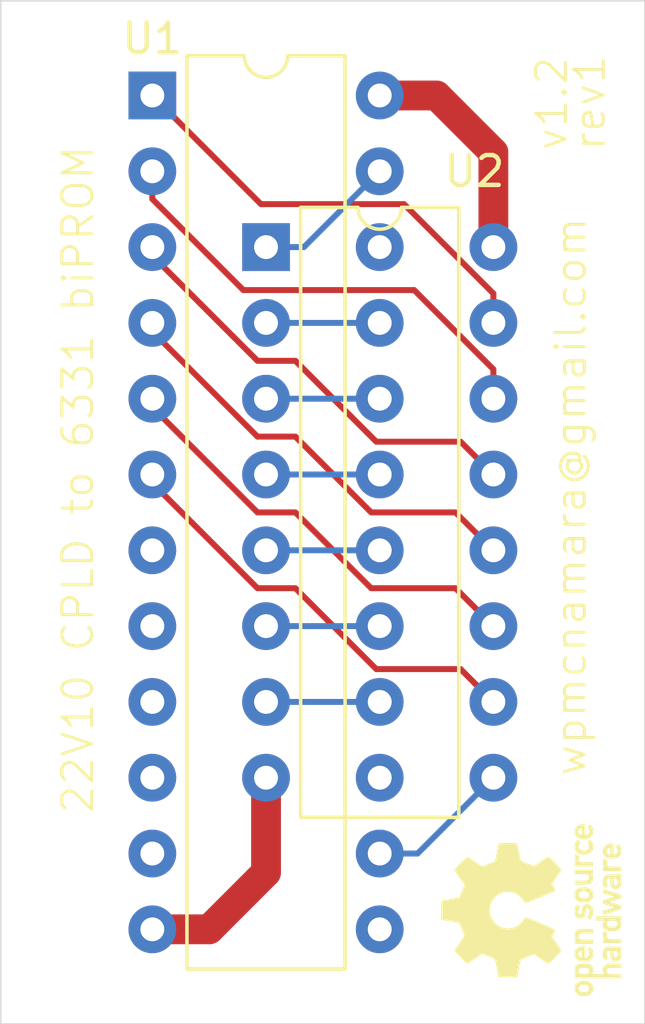
<source format=kicad_pcb>
(kicad_pcb (version 20240108) (generator "pcbnew") (generator_version "8.0")
  (layers (0 "F.Cu" signal) (31 "B.Cu" signal) (34 "B.Paste" user) (35 "F.Paste" user) (36 "B.SilkS" user "B.Silkscreen") (37 "F.SilkS" user "F.Silkscreen") (38 "B.Mask" user) (39 "F.Mask" user) (44 "Edge.Cuts" user))
  (net 0 "")
  (net 1 "Net-(U1-VCC)")
  (net 2 "Net-(U1-GND)")
  (net 11 "Net-(U1-IO0)")
  (net 12 "Net-(U1-IO2)")
  (net 13 "Net-(U1-IO9)")
  (net 14 "Net-(U1-IO3)")
  (net 15 "Net-(U1-IO4)")
  (net 16 "Net-(U1-IO6)")
  (net 17 "Net-(U1-IO5)")
  (net 18 "Net-(U1-IO7)")
  (net 19 "Net-(U1-IN5)")
  (net 20 "Net-(U1-IN1)")
  (net 21 "Net-(U1-CLK{slash}IN0)")
  (net 22 "Net-(U1-PD{slash}IN3)")
  (net 23 "Net-(U1-IN2)")
  (net 24 "Net-(U1-IN4)")
  (footprint "Package_DIP:DIP-24_W7.62mm" (layer "F.Cu") (at 200.025 -454.66)
    (property "Reference" "U1" (at 0 -1.905 0) (layer "F.SilkS"))
    (property "Value" "ATF22V10C-10PU")
    (fp_line (start 1.16 -1.33) (end 1.16 29.27) (stroke (width 0.12)) (layer "F.SilkS"))
    (fp_line (start 1.16 29.27) (end 6.46 29.27) (stroke (width 0.12)) (layer "F.SilkS"))
    (fp_line (start 3.086606 -1.33) (end 1.16 -1.33) (stroke (width 0.12)) (layer "F.SilkS"))
    (fp_line (start 6.46 -1.33) (end 4.533394 -1.33) (stroke (width 0.12)) (layer "F.SilkS"))
    (fp_line (start 6.46 29.27) (end 6.46 -1.33) (stroke (width 0.12)) (layer "F.SilkS"))
    (fp_arc (start 4.533394 -1.33) (mid 3.81 -0.606606) (end 3.086606 -1.33) (stroke (width 0.12)) (layer "F.SilkS"))
    (pad "1" thru_hole rect (at 0 0) (size 1.6 1.6) (drill 0.8) (layers "*.Cu" "*.Mask") (net 21 "Net-(U1-CLK{slash}IN0)"))
    (pad "2" thru_hole oval (at 0 2.54) (size 1.6 1.6) (drill 0.8) (layers "*.Cu" "*.Mask") (net 20 "Net-(U1-IN1)"))
    (pad "3" thru_hole oval (at 0 5.08) (size 1.6 1.6) (drill 0.8) (layers "*.Cu" "*.Mask") (net 23 "Net-(U1-IN2)"))
    (pad "4" thru_hole oval (at 0 7.62) (size 1.6 1.6) (drill 0.8) (layers "*.Cu" "*.Mask") (net 22 "Net-(U1-PD{slash}IN3)"))
    (pad "5" thru_hole oval (at 0 10.16) (size 1.6 1.6) (drill 0.8) (layers "*.Cu" "*.Mask") (net 24 "Net-(U1-IN4)"))
    (pad "6" thru_hole oval (at 0 12.7) (size 1.6 1.6) (drill 0.8) (layers "*.Cu" "*.Mask") (net 19 "Net-(U1-IN5)"))
    (pad "7" thru_hole oval (at 0 15.24) (size 1.6 1.6) (drill 0.8) (layers "*.Cu" "*.Mask"))
    (pad "8" thru_hole oval (at 0 17.78) (size 1.6 1.6) (drill 0.8) (layers "*.Cu" "*.Mask"))
    (pad "9" thru_hole oval (at 0 20.32) (size 1.6 1.6) (drill 0.8) (layers "*.Cu" "*.Mask"))
    (pad "10" thru_hole oval (at 0 22.86) (size 1.6 1.6) (drill 0.8) (layers "*.Cu" "*.Mask"))
    (pad "11" thru_hole oval (at 0 25.4) (size 1.6 1.6) (drill 0.8) (layers "*.Cu" "*.Mask"))
    (pad "12" thru_hole oval (at 0 27.94) (size 1.6 1.6) (drill 0.8) (layers "*.Cu" "*.Mask") (net 2 "Net-(U1-GND)"))
    (pad "13" thru_hole oval (at 7.62 27.94) (size 1.6 1.6) (drill 0.8) (layers "*.Cu" "*.Mask"))
    (pad "14" thru_hole oval (at 7.62 25.4) (size 1.6 1.6) (drill 0.8) (layers "*.Cu" "*.Mask") (net 11 "Net-(U1-IO0)"))
    (pad "15" thru_hole oval (at 7.62 22.86) (size 1.6 1.6) (drill 0.8) (layers "*.Cu" "*.Mask"))
    (pad "16" thru_hole oval (at 7.62 20.32) (size 1.6 1.6) (drill 0.8) (layers "*.Cu" "*.Mask") (net 12 "Net-(U1-IO2)"))
    (pad "17" thru_hole oval (at 7.62 17.78) (size 1.6 1.6) (drill 0.8) (layers "*.Cu" "*.Mask") (net 14 "Net-(U1-IO3)"))
    (pad "18" thru_hole oval (at 7.62 15.24) (size 1.6 1.6) (drill 0.8) (layers "*.Cu" "*.Mask") (net 15 "Net-(U1-IO4)"))
    (pad "19" thru_hole oval (at 7.62 12.7) (size 1.6 1.6) (drill 0.8) (layers "*.Cu" "*.Mask") (net 17 "Net-(U1-IO5)"))
    (pad "20" thru_hole oval (at 7.62 10.16) (size 1.6 1.6) (drill 0.8) (layers "*.Cu" "*.Mask") (net 16 "Net-(U1-IO6)"))
    (pad "21" thru_hole oval (at 7.62 7.62) (size 1.6 1.6) (drill 0.8) (layers "*.Cu" "*.Mask") (net 18 "Net-(U1-IO7)"))
    (pad "22" thru_hole oval (at 7.62 5.08) (size 1.6 1.6) (drill 0.8) (layers "*.Cu" "*.Mask"))
    (pad "23" thru_hole oval (at 7.62 2.54) (size 1.6 1.6) (drill 0.8) (layers "*.Cu" "*.Mask") (net 13 "Net-(U1-IO9)"))
    (pad "24" thru_hole oval (at 7.62 0) (size 1.6 1.6) (drill 0.8) (layers "*.Cu" "*.Mask") (net 1 "Net-(U1-VCC)"))
  )
  (footprint "Symbol:OSHW-Logo_5.7x6mm_SilkScreen" (layer "F.Cu") (at 212.725 -427.355 90)
    (property "Reference" "REF**" (hide yes))
    (property "Value" "OSHW-Logo_5.7x6mm_SilkScreen" (hide yes))
    (fp_poly (pts (xy 1.79946 1.45803) (xy 1.842711 1.471245) (xy 1.870558 1.487941) (xy 1.879629 1.501145) (xy 1.877132 1.516797) (xy 1.860931 1.541385) (xy 1.847232 1.5588) (xy 1.818992 1.590283) (xy 1.797775 1.603529) (xy 1.779688 1.602664) (xy 1.726035 1.58901) (xy 1.68663 1.58963) (xy 1.654632 1.605104) (xy 1.64389 1.614161) (xy 1.609505 1.646027) (xy 1.609505 2.062179) (xy 1.471188 2.062179) (xy 1.471188 1.458614) (xy 1.540347 1.458614) (xy 1.581869 1.460256) (xy 1.603291 1.466087) (xy 1.609502 1.477461) (xy 1.609505 1.477798) (xy 1.612439 1.489713) (xy 1.625704 1.488159) (xy 1.644084 1.479563) (xy 1.682046 1.463568) (xy 1.712872 1.453945) (xy 1.752536 1.451478) (xy 1.79946 1.45803)) (stroke (width 0.01)) (fill solid) (layer "F.SilkS"))
    (fp_poly (pts (xy 1.635255 2.401486) (xy 1.683595 2.411015) (xy 1.711114 2.425125) (xy 1.740064 2.448568) (xy 1.698876 2.500571) (xy 1.673482 2.532064) (xy 1.656238 2.547428) (xy 1.639102 2.549776) (xy 1.614027 2.542217) (xy 1.602257 2.537941) (xy 1.55427 2.531631) (xy 1.510324 2.545156) (xy 1.47806 2.57571) (xy 1.472819 2.585452) (xy 1.467112 2.611258) (xy 1.462706 2.658817) (xy 1.459811 2.724758) (xy 1.458631 2.80571) (xy 1.458614 2.817226) (xy 1.458614 3.017822) (xy 1.320297 3.017822) (xy 1.320297 2.401683) (xy 1.389456 2.401683) (xy 1.429333 2.402725) (xy 1.450107 2.407358) (xy 1.457789 2.417849) (xy 1.458614 2.427745) (xy 1.458614 2.453806) (xy 1.491745 2.427745) (xy 1.529735 2.409965) (xy 1.58077 2.401174) (xy 1.635255 2.401486)) (stroke (width 0.01)) (fill solid) (layer "F.SilkS"))
    (fp_poly (pts (xy -0.993356 2.40302) (xy -0.974539 2.40866) (xy -0.968473 2.421053) (xy -0.968218 2.426647) (xy -0.967129 2.44223) (xy -0.959632 2.444676) (xy -0.939381 2.433993) (xy -0.927351 2.426694) (xy -0.8894 2.411063) (xy -0.844072 2.403334) (xy -0.796544 2.40274) (xy -0.751995 2.408513) (xy -0.715602 2.419884) (xy -0.692543 2.436088) (xy -0.687996 2.456355) (xy -0.690291 2.461843) (xy -0.70702 2.484626) (xy -0.732963 2.512647) (xy -0.737655 2.517177) (xy -0.762383 2.538005) (xy -0.783718 2.544735) (xy -0.813555 2.540038) (xy -0.825508 2.536917) (xy -0.862705 2.529421) (xy -0.888859 2.532792) (xy -0.910946 2.544681) (xy -0.931178 2.560635) (xy -0.946079 2.5807) (xy -0.956434 2.608702) (xy -0.963029 2.648467) (xy -0.966649 2.703823) (xy -0.968078 2.778594) (xy -0.968218 2.82374) (xy -0.968218 3.017822) (xy -1.09396 3.017822) (xy -1.09396 2.401683) (xy -1.031089 2.401683) (xy -0.993356 2.40302)) (stroke (width 0.01)) (fill solid) (layer "F.SilkS"))
    (fp_poly (pts (xy 0.993367 1.654342) (xy 0.994555 1.746563) (xy 0.998897 1.81661) (xy 1.007558 1.867381) (xy 1.021704 1.901772) (xy 1.0425 1.922679) (xy 1.07111 1.933) (xy 1.106535 1.935636) (xy 1.143636 1.932682) (xy 1.171818 1.921889) (xy 1.192243 1.90036) (xy 1.206079 1.865199) (xy 1.214491 1.81351) (xy 1.218643 1.742394) (xy 1.219703 1.654342) (xy 1.219703 1.458614) (xy 1.35802 1.458614) (xy 1.35802 2.062179) (xy 1.288862 2.062179) (xy 1.24717 2.060489) (xy 1.225701 2.054556) (xy 1.219703 2.043293) (xy 1.216091 2.033261) (xy 1.201714 2.035383) (xy 1.172736 2.04958) (xy 1.106319 2.07148) (xy 1.035875 2.069928) (xy 0.968377 2.046147) (xy 0.936233 2.027362) (xy 0.911715 2.007022) (xy 0.893804 1.981573) (xy 0.881479 1.947458) (xy 0.873723 1.901121) (xy 0.869516 1.839007) (xy 0.86784 1.757561) (xy 0.867624 1.694578) (xy 0.867624 1.458614) (xy 0.993367 1.458614) (xy 0.993367 1.654342)) (stroke (width 0.01)) (fill solid) (layer "F.SilkS"))
    (fp_poly (pts (xy -0.754012 1.469002) (xy -0.722717 1.48395) (xy -0.692409 1.505541) (xy -0.669318 1.530391) (xy -0.6525 1.562087) (xy -0.641006 1.604214) (xy -0.633891 1.660358) (xy -0.630207 1.734106) (xy -0.629008 1.829044) (xy -0.628989 1.838985) (xy -0.628713 2.062179) (xy -0.76703 2.062179) (xy -0.76703 1.856418) (xy -0.767128 1.780189) (xy -0.767809 1.724939) (xy -0.769651 1.686501) (xy -0.773233 1.660706) (xy -0.779132 1.643384) (xy -0.787927 1.630368) (xy -0.80018 1.617507) (xy -0.843047 1.589873) (xy -0.889843 1.584745) (xy -0.934424 1.602217) (xy -0.949928 1.615221) (xy -0.96131 1.627447) (xy -0.969481 1.64054) (xy -0.974974 1.658615) (xy -0.97832 1.685787) (xy -0.980051 1.72617) (xy -0.980697 1.783879) (xy -0.980792 1.854132) (xy -0.980792 2.062179) (xy -1.119109 2.062179) (xy -1.119109 1.458614) (xy -1.04995 1.458614) (xy -1.008428 1.460256) (xy -0.987006 1.466087) (xy -0.980795 1.477461) (xy -0.980792 1.477798) (xy -0.97791 1.488938) (xy -0.965199 1.487674) (xy -0.939926 1.475434) (xy -0.882605 1.457424) (xy -0.817037 1.455421) (xy -0.754012 1.469002)) (stroke (width 0.01)) (fill solid) (layer "F.SilkS"))
    (fp_poly (pts (xy 2.217226 1.46388) (xy 2.29008 1.49483) (xy 2.313027 1.509895) (xy 2.342354 1.533048) (xy 2.360764 1.551253) (xy 2.363961 1.557183) (xy 2.354935 1.57034) (xy 2.331837 1.592667) (xy 2.313344 1.60825) (xy 2.262728 1.648926) (xy 2.22276 1.615295) (xy 2.191874 1.593584) (xy 2.161759 1.58609) (xy 2.127292 1.58792) (xy 2.072561 1.601528) (xy 2.034886 1.629772) (xy 2.011991 1.675433) (xy 2.001597 1.741289) (xy 2.001595 1.741331) (xy 2.002494 1.814939) (xy 2.016463 1.868946) (xy 2.044328 1.905716) (xy 2.063325 1.918168) (xy 2.113776 1.933673) (xy 2.167663 1.933683) (xy 2.214546 1.918638) (xy 2.225644 1.911287) (xy 2.253476 1.892511) (xy 2.275236 1.889434) (xy 2.298704 1.903409) (xy 2.324649 1.92851) (xy 2.365716 1.97088) (xy 2.320121 2.008464) (xy 2.249674 2.050882) (xy 2.170233 2.071785) (xy 2.087215 2.070272) (xy 2.032694 2.056411) (xy 1.96897 2.022135) (xy 1.918005 1.968212) (xy 1.894851 1.930149) (xy 1.876099 1.875536) (xy 1.866715 1.806369) (xy 1.866643 1.731407) (xy 1.875824 1.659409) (xy 1.894199 1.599137) (xy 1.897093 1.592958) (xy 1.939952 1.532351) (xy 1.997979 1.488224) (xy 2.066591 1.461493) (xy 2.141201 1.453073) (xy 2.217226 1.46388)) (stroke (width 0.01)) (fill solid) (layer "F.SilkS"))
    (fp_poly (pts (xy 0.610762 1.466055) (xy 0.674363 1.500692) (xy 0.724123 1.555372) (xy 0.747568 1.599842) (xy 0.757634 1.639121) (xy 0.764156 1.695116) (xy 0.766951 1.759621) (xy 0.765836 1.824429) (xy 0.760626 1.881334) (xy 0.754541 1.911727) (xy 0.734014 1.953306) (xy 0.698463 1.997468) (xy 0.655619 2.036087) (xy 0.613211 2.061034) (xy 0.612177 2.06143) (xy 0.559553 2.072331) (xy 0.497188 2.072601) (xy 0.437924 2.062676) (xy 0.41504 2.054722) (xy 0.356102 2.0213) (xy 0.31389 1.977511) (xy 0.286156 1.919538) (xy 0.270651 1.843565) (xy 0.267143 1.803771) (xy 0.26759 1.753766) (xy 0.402376 1.753766) (xy 0.406917 1.826732) (xy 0.419986 1.882334) (xy 0.440756 1.917861) (xy 0.455552 1.92802) (xy 0.493464 1.935104) (xy 0.538527 1.933007) (xy 0.577487 1.922812) (xy 0.587704 1.917204) (xy 0.614659 1.884538) (xy 0.632451 1.834545) (xy 0.640024 1.773705) (xy 0.636325 1.708497) (xy 0.628057 1.669253) (xy 0.60432 1.623805) (xy 0.566849 1.595396) (xy 0.52172 1.585573) (xy 0.475011 1.595887) (xy 0.439132 1.621112) (xy 0.420277 1.641925) (xy 0.409272 1.662439) (xy 0.404026 1.690203) (xy 0.402449 1.732762) (xy 0.402376 1.753766) (xy 0.26759 1.753766) (xy 0.268094 1.69758) (xy 0.285388 1.610501) (xy 0.319029 1.54253) (xy 0.369018 1.493664) (xy 0.435356 1.463899) (xy 0.449601 1.460448) (xy 0.53521 1.452345) (xy 0.610762 1.466055)) (stroke (width 0.01)) (fill solid) (layer "F.SilkS"))
    (fp_poly (pts (xy 0.281524 2.404237) (xy 0.331255 2.407971) (xy 0.461291 2.797773) (xy 0.481678 2.728614) (xy 0.493946 2.685874) (xy 0.510085 2.628115) (xy 0.527512 2.564625) (xy 0.536726 2.53057) (xy 0.571388 2.401683) (xy 0.714391 2.401683) (xy 0.671646 2.536857) (xy 0.650596 2.603342) (xy 0.625167 2.683539) (xy 0.59861 2.767193) (xy 0.574902 2.841782) (xy 0.520902 3.011535) (xy 0.462598 3.015328) (xy 0.404295 3.019122) (xy 0.372679 2.914734) (xy 0.353182 2.849889) (xy 0.331904 2.7784) (xy 0.313308 2.715263) (xy 0.312574 2.71275) (xy 0.298684 2.669969) (xy 0.286429 2.640779) (xy 0.277846 2.629741) (xy 0.276082 2.631018) (xy 0.269891 2.64813) (xy 0.258128 2.684787) (xy 0.242225 2.736378) (xy 0.223614 2.798294) (xy 0.213543 2.832352) (xy 0.159007 3.017822) (xy 0.043264 3.017822) (xy -0.049263 2.725471) (xy -0.075256 2.643462) (xy -0.098934 2.568987) (xy -0.11918 2.505544) (xy -0.134874 2.456632) (xy -0.144898 2.425749) (xy -0.147945 2.416726) (xy -0.145533 2.407487) (xy -0.126592 2.403441) (xy -0.087177 2.403846) (xy -0.081007 2.404152) (xy -0.007914 2.407971) (xy 0.039957 2.58401) (xy 0.057553 2.648211) (xy 0.073277 2.704649) (xy 0.085746 2.748422) (xy 0.093574 2.77463) (xy 0.09502 2.778903) (xy 0.101014 2.77399) (xy 0.113101 2.748532) (xy 0.129893 2.705997) (xy 0.150003 2.64985) (xy 0.167003 2.59913) (xy 0.231794 2.400504) (xy 0.281524 2.404237)) (stroke (width 0.01)) (fill solid) (layer "F.SilkS"))
    (fp_poly (pts (xy -2.538261 1.465148) (xy -2.472479 1.494231) (xy -2.42254 1.542793) (xy -2.388374 1.610908) (xy -2.369907 1.698651) (xy -2.368583 1.712351) (xy -2.367546 1.808939) (xy -2.380993 1.893602) (xy -2.408108 1.962221) (xy -2.422627 1.984294) (xy -2.473201 2.031011) (xy -2.537609 2.061268) (xy -2.609666 2.073824) (xy -2.683185 2.067439) (xy -2.739072 2.047772) (xy -2.787132 2.014629) (xy -2.826412 1.971175) (xy -2.827092 1.970158) (xy -2.843044 1.943338) (xy -2.85341 1.916368) (xy -2.859688 1.882332) (xy -2.863373 1.83431) (xy -2.864997 1.794931) (xy -2.865672 1.759219) (xy -2.739955 1.759219) (xy -2.738726 1.79477) (xy -2.734266 1.842094) (xy -2.726397 1.872465) (xy -2.712207 1.894072) (xy -2.698917 1.906694) (xy -2.651802 1.933122) (xy -2.602505 1.936653) (xy -2.556593 1.917639) (xy -2.533638 1.896331) (xy -2.517096 1.874859) (xy -2.507421 1.854313) (xy -2.503174 1.827574) (xy -2.50292 1.787523) (xy -2.504228 1.750638) (xy -2.507043 1.697947) (xy -2.511505 1.663772) (xy -2.519548 1.64148) (xy -2.533103 1.624442) (xy -2.543845 1.614703) (xy -2.588777 1.589123) (xy -2.637249 1.587847) (xy -2.677894 1.602999) (xy -2.712567 1.634642) (xy -2.733224 1.68662) (xy -2.739955 1.759219) (xy -2.865672 1.759219) (xy -2.866479 1.716621) (xy -2.863948 1.658056) (xy -2.856362 1.614007) (xy -2.842681 1.579248) (xy -2.821865 1.548551) (xy -2.814147 1.539436) (xy -2.765889 1.494021) (xy -2.714128 1.467493) (xy -2.650828 1.456379) (xy -2.619961 1.455471) (xy -2.538261 1.465148)) (stroke (width 0.01)) (fill solid) (layer "F.SilkS"))
    (fp_poly (pts (xy -0.201188 3.017822) (xy -0.270346 3.017822) (xy -0.310488 3.016645) (xy -0.331394 3.011772) (xy -0.338922 3.001186) (xy -0.339505 2.994029) (xy -0.340774 2.979676) (xy -0.348779 2.976923) (xy -0.369815 2.985771) (xy -0.386173 2.994029) (xy -0.448977 3.013597) (xy -0.517248 3.014729) (xy -0.572752 3.000135) (xy -0.624438 2.964877) (xy -0.663838 2.912835) (xy -0.685413 2.85145) (xy -0.685962 2.848018) (xy -0.689167 2.810571) (xy -0.690761 2.756813) (xy -0.690633 2.716155) (xy -0.553279 2.716155) (xy -0.550097 2.770194) (xy -0.542859 2.814735) (xy -0.53306 2.839888) (xy -0.495989 2.87426) (xy -0.451974 2.886582) (xy -0.406584 2.876618) (xy -0.367797 2.846895) (xy -0.353108 2.826905) (xy -0.344519 2.80305) (xy -0.340496 2.76823) (xy -0.339505 2.71593) (xy -0.341278 2.664139) (xy -0.345963 2.618634) (xy -0.352603 2.588181) (xy -0.35371 2.585452) (xy -0.380491 2.553) (xy -0.419579 2.535183) (xy -0.463315 2.532306) (xy -0.504038 2.544674) (xy -0.534087 2.572593) (xy -0.537204 2.578148) (xy -0.546961 2.612022) (xy -0.552277 2.660728) (xy -0.553279 2.716155) (xy -0.690633 2.716155) (xy -0.690568 2.69554) (xy -0.689664 2.662563) (xy -0.683514 2.580981) (xy -0.670733 2.51973) (xy -0.649471 2.474449) (xy -0.617878 2.440779) (xy -0.587207 2.421014) (xy -0.544354 2.40712) (xy -0.491056 2.402354) (xy -0.43648 2.406236) (xy -0.389792 2.418282) (xy -0.365124 2.432693) (xy -0.339505 2.455878) (xy -0.339505 2.162773) (xy -0.201188 2.162773) (xy -0.201188 3.017822)) (stroke (width 0.01)) (fill solid) (layer "F.SilkS"))
    (fp_poly (pts (xy 2.677898 1.456457) (xy 2.710096 1.464279) (xy 2.771825 1.492921) (xy 2.82461 1.536667) (xy 2.861141 1.589117) (xy 2.86616 1.600893) (xy 2.873045 1.63174) (xy 2.877864 1.677371) (xy 2.879505 1.723492) (xy 2.879505 1.810693) (xy 2.697178 1.810693) (xy 2.621979 1.810978) (xy 2.569003 1.812704) (xy 2.535325 1.817181) (xy 2.51802 1.82572) (xy 2.514163 1.83963) (xy 2.520829 1.860222) (xy 2.53277 1.884315) (xy 2.56608 1.924525) (xy 2.612368 1.944558) (xy 2.668944 1.943905) (xy 2.733031 1.922101) (xy 2.788417 1.895193) (xy 2.834375 1.931532) (xy 2.880333 1.967872) (xy 2.837096 2.007819) (xy 2.779374 2.045563) (xy 2.708386 2.06832) (xy 2.632029 2.074688) (xy 2.558199 2.063268) (xy 2.546287 2.059393) (xy 2.481399 2.025506) (xy 2.43313 1.974986) (xy 2.400465 1.906325) (xy 2.382385 1.818014) (xy 2.382175 1.816121) (xy 2.380556 1.719878) (xy 2.3871 1.685542) (xy 2.514852 1.685542) (xy 2.526584 1.690822) (xy 2.558438 1.694867) (xy 2.605397 1.697176) (xy 2.635154 1.697525) (xy 2.690648 1.697306) (xy 2.725346 1.695916) (xy 2.743601 1.692251) (xy 2.749766 1.68521) (xy 2.748195 1.67369) (xy 2.746878 1.669233) (xy 2.724382 1.627355) (xy 2.689003 1.593604) (xy 2.65778 1.578773) (xy 2.616301 1.579668) (xy 2.574269 1.598164) (xy 2.539012 1.628786) (xy 2.517854 1.666062) (xy 2.514852 1.685542) (xy 2.3871 1.685542) (xy 2.39669 1.635229) (xy 2.428698 1.564191) (xy 2.474701 1.508779) (xy 2.532821 1.471009) (xy 2.60118 1.452896) (xy 2.677898 1.456457)) (stroke (width 0.01)) (fill solid) (layer "F.SilkS"))
    (fp_poly (pts (xy 0.014017 1.456452) (xy 0.061634 1.465482) (xy 0.111034 1.48437) (xy 0.116312 1.486777) (xy 0.153774 1.506476) (xy 0.179717 1.524781) (xy 0.188103 1.536508) (xy 0.180117 1.555632) (xy 0.16072 1.58385) (xy 0.15211 1.594384) (xy 0.116628 1.635847) (xy 0.070885 1.608858) (xy 0.02735 1.590878) (xy -0.02295 1.581267) (xy -0.071188 1.58066) (xy -0.108533 1.589691) (xy -0.117495 1.595327) (xy -0.134563 1.621171) (xy -0.136637 1.650941) (xy -0.123866 1.674197) (xy -0.116312 1.678708) (xy -0.093675 1.684309) (xy -0.053885 1.690892) (xy -0.004834 1.697183) (xy 0.004215 1.69817) (xy 0.082996 1.711798) (xy 0.140136 1.734946) (xy 0.17803 1.769752) (xy 0.199079 1.818354) (xy 0.205635 1.877718) (xy 0.196577 1.945198) (xy 0.167164 1.998188) (xy 0.117278 2.036783) (xy 0.0468 2.061081) (xy -0.031435 2.070667) (xy -0.095234 2.070552) (xy -0.146984 2.061845) (xy -0.182327 2.049825) (xy -0.226983 2.02888) (xy -0.268253 2.004574) (xy -0.282921 1.993876) (xy -0.320643 1.963084) (xy -0.275148 1.917049) (xy -0.229653 1.871013) (xy -0.177928 1.905243) (xy -0.126048 1.930952) (xy -0.070649 1.944399) (xy -0.017395 1.945818) (xy 0.028049 1.935443) (xy 0.060016 1.913507) (xy 0.070338 1.894998) (xy 0.068789 1.865314) (xy 0.04314 1.842615) (xy -0.00654 1.82694) (xy -0.060969 1.819695) (xy -0.144736 1.805873) (xy -0.206967 1.779796) (xy -0.248493 1.740699) (xy -0.270147 1.68782) (xy -0.273147 1.625126) (xy -0.258329 1.559642) (xy -0.224546 1.510144) (xy -0.171495 1.476408) (xy -0.098874 1.458207) (xy -0.045072 1.454639) (xy 0.014017 1.456452)) (stroke (width 0.01)) (fill solid) (layer "F.SilkS"))
    (fp_poly (pts (xy 2.032581 2.40497) (xy 2.092685 2.420597) (xy 2.143021 2.452848) (xy 2.167393 2.47694) (xy 2.207345 2.533895) (xy 2.230242 2.599965) (xy 2.238108 2.681182) (xy 2.238148 2.687748) (xy 2.238218 2.753763) (xy 1.858264 2.753763) (xy 1.866363 2.788342) (xy 1.880987 2.819659) (xy 1.906581 2.852291) (xy 1.911935 2.8575) (xy 1.957943 2.885694) (xy 2.01041 2.890475) (xy 2.070803 2.871926) (xy 2.08104 2.866931) (xy 2.112439 2.851745) (xy 2.13347 2.843094) (xy 2.137139 2.842293) (xy 2.149948 2.850063) (xy 2.174378 2.869072) (xy 2.186779 2.87946) (xy 2.212476 2.903321) (xy 2.220915 2.919077) (xy 2.215058 2.933571) (xy 2.211928 2.937534) (xy 2.190725 2.954879) (xy 2.155738 2.975959) (xy 2.131337 2.988265) (xy 2.062072 3.009946) (xy 1.985388 3.016971) (xy 1.912765 3.008647) (xy 1.892426 3.002686) (xy 1.829476 2.968952) (xy 1.782815 2.917045) (xy 1.752173 2.846459) (xy 1.737282 2.756692) (xy 1.735647 2.709753) (xy 1.740421 2.641413) (xy 1.86099 2.641413) (xy 1.872652 2.646465) (xy 1.903998 2.650429) (xy 1.949571 2.652768) (xy 1.980446 2.653169) (xy 2.035981 2.652783) (xy 2.071033 2.650975) (xy 2.090262 2.646773) (xy 2.09833 2.639203) (xy 2.099901 2.628218) (xy 2.089121 2.594381) (xy 2.06198 2.56094) (xy 2.026277 2.535272) (xy 1.99056 2.524772) (xy 1.942048 2.534086) (xy 1.900053 2.561013) (xy 1.870936 2.599827) (xy 1.86099 2.641413) (xy 1.740421 2.641413) (xy 1.742599 2.610236) (xy 1.764055 2.530949) (xy 1.80047 2.471263) (xy 1.852297 2.430549) (xy 1.91999 2.408179) (xy 1.956662 2.403871) (xy 2.032581 2.40497)) (stroke (width 0.01)) (fill solid) (layer "F.SilkS"))
    (fp_poly (pts (xy -1.356699 1.472614) (xy -1.344168 1.478514) (xy -1.300799 1.510283) (xy -1.25979 1.556646) (xy -1.229168 1.607696) (xy -1.220459 1.631166) (xy -1.212512 1.673091) (xy -1.207774 1.723757) (xy -1.207199 1.744679) (xy -1.207129 1.810693) (xy -1.587083 1.810693) (xy -1.578983 1.845273) (xy -1.559104 1.88617) (xy -1.524347 1.921514) (xy -1.482998 1.944282) (xy -1.456649 1.94901) (xy -1.420916 1.943273) (xy -1.378282 1.928882) (xy -1.363799 1.922262) (xy -1.31024 1.895513) (xy -1.264533 1.930376) (xy -1.238158 1.953955) (xy -1.224124 1.973417) (xy -1.223414 1.979129) (xy -1.235951 1.992973) (xy -1.263428 2.014012) (xy -1.288366 2.030425) (xy -1.355664 2.05993) (xy -1.43111 2.073284) (xy -1.505888 2.069812) (xy -1.565495 2.051663) (xy -1.626941 2.012784) (xy -1.670608 1.961595) (xy -1.697926 1.895367) (xy -1.710322 1.811371) (xy -1.711421 1.772936) (xy -1.707022 1.684861) (xy -1.706482 1.682299) (xy -1.580582 1.682299) (xy -1.577115 1.690558) (xy -1.562863 1.695113) (xy -1.53347 1.697065) (xy -1.484575 1.697517) (xy -1.465748 1.697525) (xy -1.408467 1.696843) (xy -1.372141 1.694364) (xy -1.352604 1.689443) (xy -1.34569 1.681434) (xy -1.345445 1.678862) (xy -1.353336 1.658423) (xy -1.373085 1.629789) (xy -1.381575 1.619763) (xy -1.413094 1.591408) (xy -1.445949 1.580259) (xy -1.463651 1.579327) (xy -1.511539 1.590981) (xy -1.551699 1.622285) (xy -1.577173 1.667752) (xy -1.577625 1.669233) (xy -1.580582 1.682299) (xy -1.706482 1.682299) (xy -1.692392 1.61551) (xy -1.666038 1.560025) (xy -1.633807 1.520639) (xy -1.574217 1.477931) (xy -1.504168 1.455109) (xy -1.429661 1.453046) (xy -1.356699 1.472614)) (stroke (width 0.01)) (fill solid) (layer "F.SilkS"))
    (fp_poly (pts (xy 1.038411 2.405417) (xy 1.091411 2.41829) (xy 1.106731 2.42511) (xy 1.136428 2.442974) (xy 1.15922 2.463093) (xy 1.176083 2.488962) (xy 1.187998 2.524073) (xy 1.195942 2.57192) (xy 1.200894 2.635996) (xy 1.203831 2.719794) (xy 1.204947 2.775768) (xy 1.209052 3.017822) (xy 1.138932 3.017822) (xy 1.096393 3.016038) (xy 1.074476 3.009942) (xy 1.068812 2.999706) (xy 1.065821 2.988637) (xy 1.052451 2.990754) (xy 1.034233 2.999629) (xy 0.988624 3.013233) (xy 0.930007 3.016899) (xy 0.868354 3.010903) (xy 0.813638 2.995521) (xy 0.80873 2.993386) (xy 0.758723 2.958255) (xy 0.725756 2.909419) (xy 0.710587 2.852333) (xy 0.711746 2.831824) (xy 0.835508 2.831824) (xy 0.846413 2.859425) (xy 0.878745 2.879204) (xy 0.93091 2.889819) (xy 0.958787 2.891228) (xy 1.005247 2.88762) (xy 1.036129 2.873597) (xy 1.043664 2.866931) (xy 1.064076 2.830666) (xy 1.068812 2.797773) (xy 1.068812 2.753763) (xy 1.007513 2.753763) (xy 0.936256 2.757395) (xy 0.886276 2.768818) (xy 0.854696 2.788824) (xy 0.847626 2.797743) (xy 0.835508 2.831824) (xy 0.711746 2.831824) (xy 0.713971 2.792456) (xy 0.736663 2.735244) (xy 0.767624 2.69658) (xy 0.786376 2.679864) (xy 0.804733 2.668878) (xy 0.828619 2.66218) (xy 0.863957 2.658326) (xy 0.916669 2.655873) (xy 0.937577 2.655168) (xy 1.068812 2.650879) (xy 1.06862 2.611158) (xy 1.063537 2.569405) (xy 1.045162 2.544158) (xy 1.008039 2.52803) (xy 1.007043 2.527742) (xy 0.95441 2.5214) (xy 0.902906 2.529684) (xy 0.86463 2.549827) (xy 0.849272 2.559773) (xy 0.83273 2.558397) (xy 0.807275 2.543987) (xy 0.792328 2.533817) (xy 0.763091 2.512088) (xy 0.74498 2.4958) (xy 0.742074 2.491137) (xy 0.75404 2.467005) (xy 0.789396 2.438185) (xy 0.804753 2.428461) (xy 0.848901 2.411714) (xy 0.908398 2.402227) (xy 0.974487 2.400095) (xy 1.038411 2.405417)) (stroke (width 0.01)) (fill solid) (layer "F.SilkS"))
    (fp_poly (pts (xy -1.38421 2.406555) (xy -1.325055 2.422339) (xy -1.280023 2.450948) (xy -1.248246 2.488419) (xy -1.238366 2.504411) (xy -1.231073 2.521163) (xy -1.225974 2.542592) (xy -1.222679 2.572616) (xy -1.220797 2.615154) (xy -1.219937 2.674122) (xy -1.219707 2.75344) (xy -1.219703 2.774484) (xy -1.219703 3.017822) (xy -1.280059 3.017822) (xy -1.318557 3.015126) (xy -1.347023 3.008295) (xy -1.354155 3.004083) (xy -1.373652 2.996813) (xy -1.393566 3.004083) (xy -1.426353 3.01316) (xy -1.473978 3.016813) (xy -1.526764 3.015228) (xy -1.575036 3.008589) (xy -1.603218 3.000072) (xy -1.657753 2.965063) (xy -1.691835 2.916479) (xy -1.707157 2.851882) (xy -1.707299 2.850223) (xy -1.705955 2.821566) (xy -1.584356 2.821566) (xy -1.573726 2.854161) (xy -1.55641 2.872505) (xy -1.521652 2.886379) (xy -1.475773 2.891917) (xy -1.428988 2.889191) (xy -1.391514 2.878274) (xy -1.381015 2.871269) (xy -1.362668 2.838904) (xy -1.35802 2.802111) (xy -1.35802 2.753763) (xy -1.427582 2.753763) (xy -1.493667 2.75885) (xy -1.543764 2.773263) (xy -1.574929 2.795729) (xy -1.584356 2.821566) (xy -1.705955 2.821566) (xy -1.703987 2.779647) (xy -1.68071 2.723845) (xy -1.636948 2.681647) (xy -1.630899 2.677808) (xy -1.604907 2.665309) (xy -1.572735 2.65774) (xy -1.52776 2.654061) (xy -1.474331 2.653216) (xy -1.35802 2.653169) (xy -1.35802 2.604411) (xy -1.362953 2.566581) (xy -1.375543 2.541236) (xy -1.377017 2.539887) (xy -1.405034 2.5288) (xy -1.447326 2.524503) (xy -1.494064 2.526615) (xy -1.535418 2.534756) (xy -1.559957 2.546965) (xy -1.573253 2.556746) (xy -1.587294 2.558613) (xy -1.606671 2.5506) (xy -1.635976 2.530739) (xy -1.679803 2.497063) (xy -1.683825 2.493909) (xy -1.681764 2.482236) (xy -1.664568 2.462822) (xy -1.638433 2.441248) (xy -1.609552 2.423096) (xy -1.600478 2.418809) (xy -1.56738 2.410256) (xy -1.51888 2.404155) (xy -1.464695 2.401708) (xy -1.462161 2.401703) (xy -1.38421 2.406555)) (stroke (width 0.01)) (fill solid) (layer "F.SilkS"))
    (fp_poly (pts (xy -1.908759 1.469184) (xy -1.882247 1.482282) (xy -1.849553 1.505106) (xy -1.825725 1.529996) (xy -1.809406 1.561249) (xy -1.79924 1.603166) (xy -1.793872 1.660044) (xy -1.791944 1.736184) (xy -1.791831 1.768917) (xy -1.792161 1.840656) (xy -1.793527 1.891927) (xy -1.7965 1.927404) (xy -1.801649 1.951763) (xy -1.809543 1.96968) (xy -1.817757 1.981902) (xy -1.870187 2.033905) (xy -1.93193 2.065184) (xy -1.998536 2.074592) (xy -2.065558 2.06098) (xy -2.086792 2.051354) (xy -2.137624 2.024859) (xy -2.137624 2.440052) (xy -2.100525 2.420868) (xy -2.051643 2.406025) (xy -1.991561 2.402222) (xy -1.931564 2.409243) (xy -1.886256 2.425013) (xy -1.848675 2.455047) (xy -1.816564 2.498024) (xy -1.81415 2.502436) (xy -1.803967 2.523221) (xy -1.79653 2.54417) (xy -1.791411 2.569548) (xy -1.788181 2.603618) (xy -1.786413 2.650641) (xy -1.785677 2.714882) (xy -1.785544 2.787176) (xy -1.785544 3.017822) (xy -1.923861 3.017822) (xy -1.923861 2.592533) (xy -1.962549 2.559979) (xy -2.002738 2.53394) (xy -2.040797 2.529205) (xy -2.079066 2.541389) (xy -2.099462 2.55332) (xy -2.114642 2.570313) (xy -2.125438 2.595995) (xy -2.132683 2.633991) (xy -2.137208 2.687926) (xy -2.139844 2.761425) (xy -2.140772 2.810347) (xy -2.143911 3.011535) (xy -2.209926 3.015336) (xy -2.27594 3.019136) (xy -2.27594 1.77065) (xy -2.137624 1.77065) (xy -2.134097 1.840254) (xy -2.122215 1.888569) (xy -2.10002 1.918631) (xy -2.065559 1.933471) (xy -2.030742 1.936436) (xy -1.991329 1.933028) (xy -1.965171 1.919617) (xy -1.948814 1.901896) (xy -1.935937 1.882835) (xy -1.928272 1.861601) (xy -1.924861 1.831849) (xy -1.924749 1.787236) (xy -1.925897 1.74988) (xy -1.928532 1.693604) (xy -1.932456 1.656658) (xy -1.939063 1.633223) (xy -1.949749 1.61748) (xy -1.959833 1.60838) (xy -2.00197 1.588537) (xy -2.05184 1.585332) (xy -2.080476 1.592168) (xy -2.108828 1.616464) (xy -2.127609 1.663728) (xy -2.136712 1.733624) (xy -2.137624 1.77065) (xy -2.27594 1.77065) (xy -2.27594 1.458614) (xy -2.206782 1.458614) (xy -2.16526 1.460256) (xy -2.143838 1.466087) (xy -2.137626 1.477461) (xy -2.137624 1.477798) (xy -2.134742 1.488938) (xy -2.12203 1.487673) (xy -2.096757 1.475433) (xy -2.037869 1.456707) (xy -1.971615 1.454739) (xy -1.908759 1.469184)) (stroke (width 0.01)) (fill solid) (layer "F.SilkS"))
    (fp_poly (pts (xy 0.376964 -2.709982) (xy 0.433812 -2.40843) (xy 0.853338 -2.235488) (xy 1.104984 -2.406605) (xy 1.175458 -2.45425) (xy 1.239163 -2.49679) (xy 1.293126 -2.532285) (xy 1.334373 -2.55879) (xy 1.359934 -2.574364) (xy 1.366895 -2.577722) (xy 1.379435 -2.569086) (xy 1.406231 -2.545208) (xy 1.44428 -2.509141) (xy 1.490579 -2.463933) (xy 1.542123 -2.412636) (xy 1.595909 -2.358299) (xy 1.648935 -2.303972) (xy 1.698195 -2.252705) (xy 1.740687 -2.207549) (xy 1.773407 -2.171554) (xy 1.793351 -2.14777) (xy 1.798119 -2.13981) (xy 1.791257 -2.125135) (xy 1.77202 -2.092986) (xy 1.74243 -2.046508) (xy 1.70451 -1.988844) (xy 1.660282 -1.92314) (xy 1.634654 -1.885664) (xy 1.587941 -1.817232) (xy 1.546432 -1.75548) (xy 1.51214 -1.703481) (xy 1.48708 -1.664308) (xy 1.473264 -1.641035) (xy 1.471188 -1.636145) (xy 1.475895 -1.622245) (xy 1.488723 -1.58985) (xy 1.507738 -1.543515) (xy 1.531003 -1.487794) (xy 1.556584 -1.427242) (xy 1.582545 -1.366414) (xy 1.60695 -1.309864) (xy 1.627863 -1.262148) (xy 1.643349 -1.227819) (xy 1.651472 -1.211432) (xy 1.651952 -1.210788) (xy 1.664707 -1.207659) (xy 1.698677 -1.200679) (xy 1.75034 -1.190533) (xy 1.816176 -1.177908) (xy 1.892664 -1.163491) (xy 1.93729 -1.155177) (xy 2.019021 -1.139616) (xy 2.092843 -1.124808) (xy 2.155021 -1.111564) (xy 2.201822 -1.100695) (xy 2.229509 -1.093011) (xy 2.235074 -1.090573) (xy 2.240526 -1.07407) (xy 2.244924 -1.0368) (xy 2.248272 -0.98312) (xy 2.250574 -0.917388) (xy 2.251832 -0.843963) (xy 2.252048 -0.767204) (xy 2.251227 -0.691468) (xy 2.249371 -0.621114) (xy 2.246482 -0.5605) (xy 2.242565 -0.513984) (xy 2.237622 -0.485925) (xy 2.234657 -0.480084) (xy 2.216934 -0.473083) (xy 2.179381 -0.463073) (xy 2.126964 -0.451231) (xy 2.064652 -0.438733) (xy 2.0429 -0.43469) (xy 1.938024 -0.41548) (xy 1.85518 -0.400009) (xy 1.79163 -0.387663) (xy 1.744637 -0.377827) (xy 1.711463 -0.369886) (xy 1.689371 -0.363224) (xy 1.675624 -0.357227) (xy 1.667484 -0.351281) (xy 1.666345 -0.350106) (xy 1.654977 -0.331174) (xy 1.637635 -0.294331) (xy 1.61605 -0.244087) (xy 1.591954 -0.184954) (xy 1.567079 -0.121444) (xy 1.543157 -0.058068) (xy 1.521919 0.000662) (xy 1.505097 0.050235) (xy 1.494422 0.086139) (xy 1.491627 0.103862) (xy 1.49186 0.104483) (xy 1.501331 0.11897) (xy 1.522818 0.150844) (xy 1.554063 0.196789) (xy 1.592807 0.253485) (xy 1.636793 0.317617) (xy 1.649319 0.335842) (xy 1.693984 0.401914) (xy 1.733288 0.4622) (xy 1.765088 0.513235) (xy 1.787245 0.55156) (xy 1.797617 0.573711) (xy 1.798119 0.576432) (xy 1.789405 0.590736) (xy 1.765325 0.619072) (xy 1.728976 0.658396) (xy 1.683453 0.705661) (xy 1.631852 0.757823) (xy 1.577267 0.811835) (xy 1.522794 0.864653) (xy 1.471529 0.913231) (xy 1.426567 0.954523) (xy 1.391004 0.985485) (xy 1.367935 1.00307) (xy 1.361554 1.005941) (xy 1.346699 0.999178) (xy 1.316286 0.980939) (xy 1.275268 0.954297) (xy 1.243709 0.932852) (xy 1.186525 0.893503) (xy 1.118806 0.847171) (xy 1.05088 0.800913) (xy 1.014361 0.776155) (xy 0.890752 0.692547) (xy 0.786991 0.74865) (xy 0.73972 0.773228) (xy 0.699523 0.792331) (xy 0.672326 0.803227) (xy 0.665402 0.804743) (xy 0.657077 0.793549) (xy 0.640654 0.761917) (xy 0.617357 0.712765) (xy 0.588414 0.64901) (xy 0.55505 0.573571) (xy 0.518491 0.489364) (xy 0.479964 0.399308) (xy 0.440694 0.306321) (xy 0.401908 0.21332) (xy 0.36483 0.123223) (xy 0.330689 0.038948) (xy 0.300708 -0.036587) (xy 0.276116 -0.100466) (xy 0.258136 -0.149769) (xy 0.247997 -0.181579) (xy 0.246366 -0.192504) (xy 0.259291 -0.206439) (xy 0.287589 -0.22906) (xy 0.325346 -0.255667) (xy 0.328515 -0.257772) (xy 0.4261 -0.335886) (xy 0.504786 -0.427018) (xy 0.563891 -0.528255) (xy 0.602732 -0.636682) (xy 0.620628 -0.749386) (xy 0.616897 -0.863452) (xy 0.590857 -0.975966) (xy 0.541825 -1.084015) (xy 0.5274 -1.107655) (xy 0.452369 -1.203113) (xy 0.36373 -1.279768) (xy 0.264549 -1.33722) (xy 0.157895 -1.375071) (xy 0.046836 -1.392922) (xy -0.065561 -1.390375) (xy -0.176227 -1.36703) (xy -0.282094 -1.32249) (xy -0.380095 -1.256355) (xy -0.41041 -1.229513) (xy -0.487562 -1.145488) (xy -0.543782 -1.057034) (xy -0.582347 -0.957885) (xy -0.603826 -0.859697) (xy -0.609128 -0.749303) (xy -0.591448 -0.63836) (xy -0.552581 -0.530619) (xy -0.494323 -0.429831) (xy -0.418469 -0.339744) (xy -0.326817 -0.264108) (xy -0.314772 -0.256136) (xy -0.276611 -0.230026) (xy -0.247601 -0.207405) (xy -0.233732 -0.192961) (xy -0.233531 -0.192504) (xy -0.236508 -0.176879) (xy -0.248311 -0.141418) (xy -0.267714 -0.089038) (xy -0.293488 -0.022655) (xy -0.324409 0.054814) (xy -0.359249 0.14045) (xy -0.396783 0.231337) (xy -0.435783 0.324559) (xy -0.475023 0.417197) (xy -0.513276 0.506335) (xy -0.549317 0.589055) (xy -0.581917 0.662441) (xy -0.609852 0.723575) (xy -0.631895 0.769541) (xy -0.646818 0.797421) (xy -0.652828 0.804743) (xy -0.671191 0.799041) (xy -0.705552 0.783749) (xy -0.749984 0.761599) (xy -0.774417 0.74865) (xy -0.878178 0.692547) (xy -1.001787 0.776155) (xy -1.064886 0.818987) (xy -1.13397 0.866122) (xy -1.198707 0.910503) (xy -1.231134 0.932852) (xy -1.276741 0.963477) (xy -1.31536 0.987747) (xy -1.341952 1.002587) (xy -1.35059 1.005724) (xy -1.363161 0.997261) (xy -1.390984 0.973636) (xy -1.431361 0.937302) (xy -1.481595 0.890711) (xy -1.538988 0.836317) (xy -1.575286 0.801392) (xy -1.63879 0.738996) (xy -1.693673 0.683188) (xy -1.737714 0.636354) (xy -1.768695 0.600882) (xy -1.784398 0.579161) (xy -1.785905 0.574752) (xy -1.778914 0.557985) (xy -1.759594 0.524082) (xy -1.730091 0.476476) (xy -1.692545 0.418599) (xy -1.6491 0.353884) (xy -1.636745 0.335842) (xy -1.591727 0.270267) (xy -1.55134 0.211228) (xy -1.51784 0.162042) (xy -1.493486 0.126028) (xy -1.480536 0.106502) (xy -1.479285 0.104483) (xy -1.481156 0.088922) (xy -1.491087 0.054709) (xy -1.507347 0.006355) (xy -1.528205 -0.051629) (xy -1.551927 -0.11473) (xy -1.576784 -0.178437) (xy -1.601042 -0.238239) (xy -1.622971 -0.289624) (xy -1.640838 -0.328081) (xy -1.652913 -0.349098) (xy -1.653771 -0.350106) (xy -1.661154 -0.356112) (xy -1.673625 -0.362052) (xy -1.69392 -0.36854) (xy -1.724778 -0.376191) (xy -1.768934 -0.38562) (xy -1.829126 -0.397441) (xy -1.908093 -0.412271) (xy -2.00857 -0.430723) (xy -2.030325 -0.43469) (xy -2.094802 -0.447147) (xy -2.151011 -0.459334) (xy -2.193987 -0.470074) (xy -2.21876 -0.478191) (xy -2.222082 -0.480084) (xy -2.227556 -0.496862) (xy -2.232006 -0.534355) (xy -2.235428 -0.588206) (xy -2.237819 -0.654056) (xy -2.239177 -0.727547) (xy -2.239499 -0.80432) (xy -2.238781 -0.880017) (xy -2.237021 -0.95028) (xy -2.234216 -1.01075) (xy -2.230362 -1.05707) (xy -2.225457 -1.084881) (xy -2.2225 -1.090573) (xy -2.206037 -1.096314) (xy -2.168551 -1.105655) (xy -2.113775 -1.117785) (xy -2.045445 -1.131893) (xy -1.967294 -1.14717) (xy -1.924716 -1.155177) (xy -1.843929 -1.170279) (xy -1.771887 -1.18396) (xy -1.712111 -1.195533) (xy -1.668121 -1.204313) (xy -1.643439 -1.209613) (xy -1.639377 -1.210788) (xy -1.632511 -1.224035) (xy -1.617998 -1.255943) (xy -1.597771 -1.301953) (xy -1.573766 -1.357508) (xy -1.547918 -1.418047) (xy -1.52216 -1.479014) (xy -1.498427 -1.535849) (xy -1.478654 -1.583994) (xy -1.464776 -1.61889) (xy -1.458726 -1.635979) (xy -1.458614 -1.636726) (xy -1.465472 -1.650207) (xy -1.484698 -1.68123) (xy -1.514272 -1.726711) (xy -1.552173 -1.783568) (xy -1.59638 -1.848717) (xy -1.622079 -1.886138) (xy -1.668907 -1.954753) (xy -1.710499 -2.017048) (xy -1.744825 -2.069871) (xy -1.769857 -2.110073) (xy -1.783565 -2.1345) (xy -1.785544 -2.139976) (xy -1.777034 -2.152722) (xy -1.753507 -2.179937) (xy -1.717968 -2.218572) (xy -1.673423 -2.265577) (xy -1.622877 -2.317905) (xy -1.569336 -2.372505) (xy -1.515805 -2.42633) (xy -1.465289 -2.47633) (xy -1.420794 -2.519457) (xy -1.385325 -2.552661) (xy -1.361887 -2.572894) (xy -1.354046 -2.577722) (xy -1.34128 -2.570933) (xy -1.310744 -2.551858) (xy -1.26541 -2.522439) (xy -1.208244 -2.484619) (xy -1.142216 -2.440339) (xy -1.09241 -2.406605) (xy -0.840764 -2.235488) (xy -0.631001 -2.321959) (xy -0.421237 -2.40843) (xy -0.364389 -2.709982) (xy -0.30754 -3.011534) (xy 0.320115 -3.011534) (xy 0.376964 -2.709982)) (stroke (width 0.01)) (fill solid) (layer "F.SilkS"))
  )
  (footprint "Package_DIP:DIP-16_W7.62mm" (layer "F.Cu") (at 203.835 -449.58)
    (property "Reference" "U2" (at 6.985 -2.54 0) (layer "F.SilkS"))
    (property "Value" "~")
    (fp_line (start 1.16 -1.33) (end 1.16 19.11) (stroke (width 0.12)) (layer "F.SilkS"))
    (fp_line (start 1.16 19.11) (end 6.46 19.11) (stroke (width 0.12)) (layer "F.SilkS"))
    (fp_line (start 3.079932 -1.33) (end 1.16 -1.33) (stroke (width 0.12)) (layer "F.SilkS"))
    (fp_line (start 6.46 -1.33) (end 4.540068 -1.33) (stroke (width 0.12)) (layer "F.SilkS"))
    (fp_line (start 6.46 19.11) (end 6.46 -1.33) (stroke (width 0.12)) (layer "F.SilkS"))
    (fp_arc (start 4.540068 -1.33) (mid 3.81 -0.599932) (end 3.079932 -1.33) (stroke (width 0.12)) (layer "F.SilkS"))
    (pad "1" thru_hole rect (at 0 0) (size 1.6 1.6) (drill 0.8) (layers "*.Cu" "*.Mask") (net 13 "Net-(U1-IO9)"))
    (pad "2" thru_hole oval (at 0 2.54) (size 1.6 1.6) (drill 0.8) (layers "*.Cu" "*.Mask") (net 18 "Net-(U1-IO7)"))
    (pad "3" thru_hole oval (at 0 5.08) (size 1.6 1.6) (drill 0.8) (layers "*.Cu" "*.Mask") (net 16 "Net-(U1-IO6)"))
    (pad "4" thru_hole oval (at 0 7.62) (size 1.6 1.6) (drill 0.8) (layers "*.Cu" "*.Mask") (net 17 "Net-(U1-IO5)"))
    (pad "5" thru_hole oval (at 0 10.16) (size 1.6 1.6) (drill 0.8) (layers "*.Cu" "*.Mask") (net 15 "Net-(U1-IO4)"))
    (pad "6" thru_hole oval (at 0 12.7) (size 1.6 1.6) (drill 0.8) (layers "*.Cu" "*.Mask") (net 14 "Net-(U1-IO3)"))
    (pad "7" thru_hole oval (at 0 15.24) (size 1.6 1.6) (drill 0.8) (layers "*.Cu" "*.Mask") (net 12 "Net-(U1-IO2)"))
    (pad "8" thru_hole oval (at 0 17.78) (size 1.6 1.6) (drill 0.8) (layers "*.Cu" "*.Mask") (net 2 "Net-(U1-GND)"))
    (pad "9" thru_hole oval (at 7.62 17.78) (size 1.6 1.6) (drill 0.8) (layers "*.Cu" "*.Mask") (net 11 "Net-(U1-IO0)"))
    (pad "10" thru_hole oval (at 7.62 15.24) (size 1.6 1.6) (drill 0.8) (layers "*.Cu" "*.Mask") (net 19 "Net-(U1-IN5)"))
    (pad "11" thru_hole oval (at 7.62 12.7) (size 1.6 1.6) (drill 0.8) (layers "*.Cu" "*.Mask") (net 24 "Net-(U1-IN4)"))
    (pad "12" thru_hole oval (at 7.62 10.16) (size 1.6 1.6) (drill 0.8) (layers "*.Cu" "*.Mask") (net 22 "Net-(U1-PD{slash}IN3)"))
    (pad "13" thru_hole oval (at 7.62 7.62) (size 1.6 1.6) (drill 0.8) (layers "*.Cu" "*.Mask") (net 23 "Net-(U1-IN2)"))
    (pad "14" thru_hole oval (at 7.62 5.08) (size 1.6 1.6) (drill 0.8) (layers "*.Cu" "*.Mask") (net 20 "Net-(U1-IN1)"))
    (pad "15" thru_hole oval (at 7.62 2.54) (size 1.6 1.6) (drill 0.8) (layers "*.Cu" "*.Mask") (net 21 "Net-(U1-CLK{slash}IN0)"))
    (pad "16" thru_hole oval (at 7.62 0) (size 1.6 1.6) (drill 0.8) (layers "*.Cu" "*.Mask") (net 1 "Net-(U1-VCC)"))
  )
  (gr_rect (start 194.945 -457.835) (end 216.535 -423.545) (stroke (width 0.05)) (fill none) (layer "Edge.Cuts"))
  (gr_text "v1.2" (at 213.995 -452.755 90) (layer "F.SilkS") (effects (font (size 1 1) (thickness 0.1)) (justify left bottom)))
  (gr_text "22V10 CPLD to 6331 biPROM" (at 198.12 -430.53 90) (layer "F.SilkS") (effects (font (size 1 1) (thickness 0.1)) (justify left bottom)))
  (gr_text "rev1" (at 215.265 -452.755 90) (layer "F.SilkS") (effects (font (size 1 1) (thickness 0.1)) (justify left bottom)))
  (gr_text "wpmcnamara@gmail.com" (at 214.63 -431.8 90) (layer "F.SilkS") (effects (font (size 1 1) (thickness 0.1)) (justify left bottom)))
  (segment (start 211.455 -452.755) (end 211.455 -449.58) (width 1) (layer "F.Cu") (net 1))
  (segment (start 207.645 -454.66) (end 209.55 -454.66) (width 1) (layer "F.Cu") (net 1))
  (segment (start 209.55 -454.66) (end 211.455 -452.755) (width 1) (layer "F.Cu") (net 1))
  (segment (start 201.93 -426.72) (end 200.025 -426.72) (width 1) (layer "F.Cu") (net 2))
  (segment (start 203.835 -431.8) (end 203.835 -428.625) (width 1) (layer "F.Cu") (net 2))
  (segment (start 203.835 -428.625) (end 201.93 -426.72) (width 1) (layer "F.Cu") (net 2))
  (segment (start 207.645 -429.26) (end 208.915 -429.26) (width 0.2) (layer "B.Cu") (net 11))
  (segment (start 208.915 -429.26) (end 211.455 -431.8) (width 0.2) (layer "B.Cu") (net 11))
  (segment (start 203.835 -434.34) (end 207.645 -434.34) (width 0.2) (layer "B.Cu") (net 12))
  (segment (start 205.105 -449.58) (end 207.645 -452.12) (width 0.2) (layer "B.Cu") (net 13))
  (segment (start 203.835 -449.58) (end 205.105 -449.58) (width 0.2) (layer "B.Cu") (net 13))
  (segment (start 203.835 -436.88) (end 207.645 -436.88) (width 0.2) (layer "B.Cu") (net 14))
  (segment (start 203.835 -439.42) (end 207.645 -439.42) (width 0.2) (layer "B.Cu") (net 15))
  (segment (start 203.835 -444.5) (end 207.645 -444.5) (width 0.2) (layer "B.Cu") (net 16))
  (segment (start 203.835 -441.96) (end 207.645 -441.96) (width 0.2) (layer "B.Cu") (net 17))
  (segment (start 203.835 -447.04) (end 207.645 -447.04) (width 0.2) (layer "B.Cu") (net 18))
  (segment (start 204.819365 -438.15) (end 207.529365 -435.44) (width 0.2) (layer "F.Cu") (net 19))
  (segment (start 200.025 -441.96) (end 200.025 -441.674365) (width 0.2) (layer "F.Cu") (net 19))
  (segment (start 203.549365 -438.15) (end 204.819365 -438.15) (width 0.2) (layer "F.Cu") (net 19))
  (segment (start 210.355 -435.44) (end 211.455 -434.34) (width 0.2) (layer "F.Cu") (net 19))
  (segment (start 207.529365 -435.44) (end 210.355 -435.44) (width 0.2) (layer "F.Cu") (net 19))
  (segment (start 200.025 -441.674365) (end 203.549365 -438.15) (width 0.2) (layer "F.Cu") (net 19))
  (segment (start 203.075 -448.14) (end 208.799365 -448.14) (width 0.2) (layer "F.Cu") (net 20))
  (segment (start 211.455 -445.484365) (end 211.455 -444.5) (width 0.2) (layer "F.Cu") (net 20))
  (segment (start 200.025 -452.12) (end 200.025 -451.19) (width 0.2) (layer "F.Cu") (net 20))
  (segment (start 208.799365 -448.14) (end 211.455 -445.484365) (width 0.2) (layer "F.Cu") (net 20))
  (segment (start 200.025 -451.19) (end 203.075 -448.14) (width 0.2) (layer "F.Cu") (net 20))
  (segment (start 211.455 -448.024365) (end 211.455 -447.04) (width 0.2) (layer "F.Cu") (net 21))
  (segment (start 200.025 -454.66) (end 203.665 -451.02) (width 0.2) (layer "F.Cu") (net 21))
  (segment (start 203.665 -451.02) (end 208.459365 -451.02) (width 0.2) (layer "F.Cu") (net 21))
  (segment (start 208.459365 -451.02) (end 211.455 -448.024365) (width 0.2) (layer "F.Cu") (net 21))
  (segment (start 203.549365 -443.23) (end 204.819365 -443.23) (width 0.2) (layer "F.Cu") (net 22))
  (segment (start 207.359365 -440.69) (end 210.185 -440.69) (width 0.2) (layer "F.Cu") (net 22))
  (segment (start 200.025 -447.04) (end 200.025 -446.754365) (width 0.2) (layer "F.Cu") (net 22))
  (segment (start 200.025 -446.754365) (end 203.549365 -443.23) (width 0.2) (layer "F.Cu") (net 22))
  (segment (start 210.185 -440.69) (end 211.455 -439.42) (width 0.2) (layer "F.Cu") (net 22))
  (segment (start 204.819365 -443.23) (end 207.359365 -440.69) (width 0.2) (layer "F.Cu") (net 22))
  (segment (start 203.549365 -445.77) (end 204.819365 -445.77) (width 0.2) (layer "F.Cu") (net 23))
  (segment (start 204.819365 -445.77) (end 207.529365 -443.06) (width 0.2) (layer "F.Cu") (net 23))
  (segment (start 207.529365 -443.06) (end 210.355 -443.06) (width 0.2) (layer "F.Cu") (net 23))
  (segment (start 200.025 -449.58) (end 200.025 -449.294365) (width 0.2) (layer "F.Cu") (net 23))
  (segment (start 210.355 -443.06) (end 211.455 -441.96) (width 0.2) (layer "F.Cu") (net 23))
  (segment (start 200.025 -449.294365) (end 203.549365 -445.77) (width 0.2) (layer "F.Cu") (net 23))
  (segment (start 200.025 -444.5) (end 200.025 -444.214365) (width 0.2) (layer "F.Cu") (net 24))
  (segment (start 200.025 -444.214365) (end 203.549365 -440.69) (width 0.2) (layer "F.Cu") (net 24))
  (segment (start 204.819365 -440.69) (end 207.359365 -438.15) (width 0.2) (layer "F.Cu") (net 24))
  (segment (start 207.359365 -438.15) (end 210.185 -438.15) (width 0.2) (layer "F.Cu") (net 24))
  (segment (start 203.549365 -440.69) (end 204.819365 -440.69) (width 0.2) (layer "F.Cu") (net 24))
  (segment (start 210.185 -438.15) (end 211.455 -436.88) (width 0.2) (layer "F.Cu") (net 24))
)
</source>
